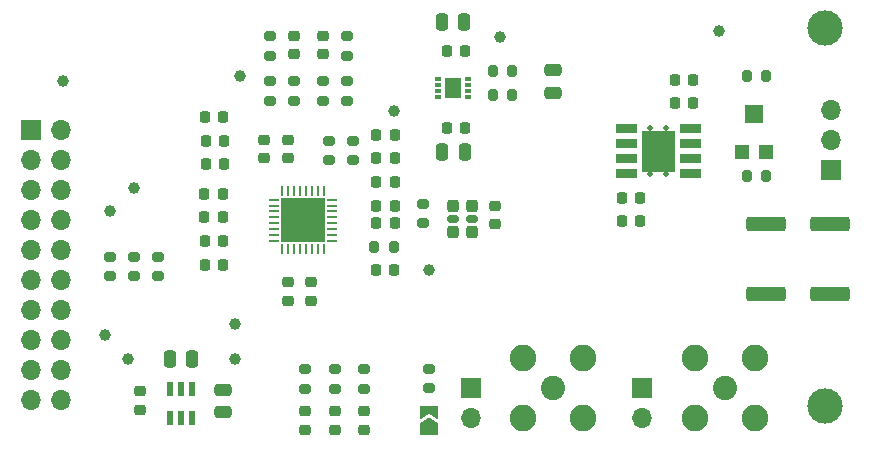
<source format=gbr>
%TF.GenerationSoftware,KiCad,Pcbnew,8.0.6*%
%TF.CreationDate,2024-12-30T16:19:15+01:00*%
%TF.ProjectId,pico-glitcher-v2.1-extension,7069636f-2d67-46c6-9974-636865722d76,rev?*%
%TF.SameCoordinates,PX3d09000PY6590fa0*%
%TF.FileFunction,Soldermask,Top*%
%TF.FilePolarity,Negative*%
%FSLAX46Y46*%
G04 Gerber Fmt 4.6, Leading zero omitted, Abs format (unit mm)*
G04 Created by KiCad (PCBNEW 8.0.6) date 2024-12-30 16:19:15*
%MOMM*%
%LPD*%
G01*
G04 APERTURE LIST*
G04 Aperture macros list*
%AMRoundRect*
0 Rectangle with rounded corners*
0 $1 Rounding radius*
0 $2 $3 $4 $5 $6 $7 $8 $9 X,Y pos of 4 corners*
0 Add a 4 corners polygon primitive as box body*
4,1,4,$2,$3,$4,$5,$6,$7,$8,$9,$2,$3,0*
0 Add four circle primitives for the rounded corners*
1,1,$1+$1,$2,$3*
1,1,$1+$1,$4,$5*
1,1,$1+$1,$6,$7*
1,1,$1+$1,$8,$9*
0 Add four rect primitives between the rounded corners*
20,1,$1+$1,$2,$3,$4,$5,0*
20,1,$1+$1,$4,$5,$6,$7,0*
20,1,$1+$1,$6,$7,$8,$9,0*
20,1,$1+$1,$8,$9,$2,$3,0*%
%AMFreePoly0*
4,1,6,0.500000,-0.750000,-0.650000,-0.750000,-0.150000,0.000000,-0.650000,0.750000,0.500000,0.750000,0.500000,-0.750000,0.500000,-0.750000,$1*%
%AMFreePoly1*
4,1,6,1.000000,0.000000,0.500000,-0.750000,-0.500000,-0.750000,-0.500000,0.750000,0.500000,0.750000,1.000000,0.000000,1.000000,0.000000,$1*%
G04 Aperture macros list end*
%ADD10C,0.010000*%
%ADD11RoundRect,0.218750X0.256250X-0.218750X0.256250X0.218750X-0.256250X0.218750X-0.256250X-0.218750X0*%
%ADD12RoundRect,0.225000X0.250000X-0.225000X0.250000X0.225000X-0.250000X0.225000X-0.250000X-0.225000X0*%
%ADD13RoundRect,0.225000X-0.225000X-0.250000X0.225000X-0.250000X0.225000X0.250000X-0.225000X0.250000X0*%
%ADD14C,1.000000*%
%ADD15O,1.700000X1.700000*%
%ADD16R,1.700000X1.700000*%
%ADD17R,3.759200X3.759200*%
%ADD18R,0.254000X0.812800*%
%ADD19R,0.812800X0.254000*%
%ADD20RoundRect,0.200000X-0.275000X0.200000X-0.275000X-0.200000X0.275000X-0.200000X0.275000X0.200000X0*%
%ADD21RoundRect,0.250000X-0.250000X-0.475000X0.250000X-0.475000X0.250000X0.475000X-0.250000X0.475000X0*%
%ADD22R,1.200000X1.200000*%
%ADD23R,1.600000X1.500000*%
%ADD24C,2.250000*%
%ADD25C,2.050000*%
%ADD26RoundRect,0.200000X0.200000X0.275000X-0.200000X0.275000X-0.200000X-0.275000X0.200000X-0.275000X0*%
%ADD27RoundRect,0.225000X0.225000X0.250000X-0.225000X0.250000X-0.225000X-0.250000X0.225000X-0.250000X0*%
%ADD28RoundRect,0.250000X0.475000X-0.250000X0.475000X0.250000X-0.475000X0.250000X-0.475000X-0.250000X0*%
%ADD29RoundRect,0.225000X-0.250000X0.225000X-0.250000X-0.225000X0.250000X-0.225000X0.250000X0.225000X0*%
%ADD30RoundRect,0.250000X1.425000X-0.362500X1.425000X0.362500X-1.425000X0.362500X-1.425000X-0.362500X0*%
%ADD31RoundRect,0.200000X0.275000X-0.200000X0.275000X0.200000X-0.275000X0.200000X-0.275000X-0.200000X0*%
%ADD32RoundRect,0.200000X-0.200000X-0.275000X0.200000X-0.275000X0.200000X0.275000X-0.200000X0.275000X0*%
%ADD33RoundRect,0.250000X0.250000X0.275000X-0.250000X0.275000X-0.250000X-0.275000X0.250000X-0.275000X0*%
%ADD34RoundRect,0.162500X0.337500X0.162500X-0.337500X0.162500X-0.337500X-0.162500X0.337500X-0.162500X0*%
%ADD35C,0.504000*%
%ADD36R,1.450000X1.740000*%
%ADD37RoundRect,0.087500X-0.200000X-0.087500X0.200000X-0.087500X0.200000X0.087500X-0.200000X0.087500X0*%
%ADD38C,3.000000*%
%ADD39RoundRect,0.218750X-0.256250X0.218750X-0.256250X-0.218750X0.256250X-0.218750X0.256250X0.218750X0*%
%ADD40FreePoly0,90.000000*%
%ADD41FreePoly1,90.000000*%
%ADD42R,0.558800X1.270000*%
G04 APERTURE END LIST*
D10*
%TO.C,U4*%
X60353000Y24114000D02*
X60355000Y24114000D01*
X60358000Y24113000D01*
X60360000Y24113000D01*
X60363000Y24112000D01*
X60365000Y24111000D01*
X60368000Y24110000D01*
X60370000Y24108000D01*
X60372000Y24107000D01*
X60374000Y24105000D01*
X60376000Y24104000D01*
X60378000Y24102000D01*
X60380000Y24100000D01*
X60382000Y24098000D01*
X60384000Y24096000D01*
X60385000Y24094000D01*
X60387000Y24092000D01*
X60388000Y24090000D01*
X60390000Y24088000D01*
X60391000Y24085000D01*
X60392000Y24083000D01*
X60393000Y24080000D01*
X60393000Y24078000D01*
X60394000Y24075000D01*
X60394000Y24073000D01*
X60395000Y24070000D01*
X60395000Y24068000D01*
X60395000Y24065000D01*
X60395000Y23425000D01*
X60395000Y23422000D01*
X60395000Y23420000D01*
X60394000Y23417000D01*
X60394000Y23415000D01*
X60393000Y23412000D01*
X60393000Y23410000D01*
X60392000Y23407000D01*
X60391000Y23405000D01*
X60390000Y23402000D01*
X60388000Y23400000D01*
X60387000Y23398000D01*
X60385000Y23396000D01*
X60384000Y23394000D01*
X60382000Y23392000D01*
X60380000Y23390000D01*
X60378000Y23388000D01*
X60376000Y23386000D01*
X60374000Y23385000D01*
X60372000Y23383000D01*
X60370000Y23382000D01*
X60368000Y23380000D01*
X60365000Y23379000D01*
X60363000Y23378000D01*
X60360000Y23377000D01*
X60358000Y23377000D01*
X60355000Y23376000D01*
X60353000Y23376000D01*
X60350000Y23375000D01*
X60348000Y23375000D01*
X60345000Y23375000D01*
X58755000Y23375000D01*
X58752000Y23375000D01*
X58750000Y23375000D01*
X58747000Y23376000D01*
X58745000Y23376000D01*
X58742000Y23377000D01*
X58740000Y23377000D01*
X58737000Y23378000D01*
X58735000Y23379000D01*
X58732000Y23380000D01*
X58730000Y23382000D01*
X58728000Y23383000D01*
X58726000Y23385000D01*
X58724000Y23386000D01*
X58722000Y23388000D01*
X58720000Y23390000D01*
X58718000Y23392000D01*
X58716000Y23394000D01*
X58715000Y23396000D01*
X58713000Y23398000D01*
X58712000Y23400000D01*
X58710000Y23402000D01*
X58709000Y23405000D01*
X58708000Y23407000D01*
X58707000Y23410000D01*
X58707000Y23412000D01*
X58706000Y23415000D01*
X58706000Y23417000D01*
X58705000Y23420000D01*
X58705000Y23422000D01*
X58705000Y23425000D01*
X58705000Y24065000D01*
X58705000Y24068000D01*
X58705000Y24070000D01*
X58706000Y24073000D01*
X58706000Y24075000D01*
X58707000Y24078000D01*
X58707000Y24080000D01*
X58708000Y24083000D01*
X58709000Y24085000D01*
X58710000Y24088000D01*
X58712000Y24090000D01*
X58713000Y24092000D01*
X58715000Y24094000D01*
X58716000Y24096000D01*
X58718000Y24098000D01*
X58720000Y24100000D01*
X58722000Y24102000D01*
X58724000Y24104000D01*
X58726000Y24105000D01*
X58728000Y24107000D01*
X58730000Y24108000D01*
X58732000Y24110000D01*
X58735000Y24111000D01*
X58737000Y24112000D01*
X58740000Y24113000D01*
X58742000Y24113000D01*
X58745000Y24114000D01*
X58747000Y24114000D01*
X58750000Y24115000D01*
X58752000Y24115000D01*
X58755000Y24115000D01*
X60345000Y24115000D01*
X60348000Y24115000D01*
X60350000Y24115000D01*
X60353000Y24114000D01*
G36*
X60353000Y24114000D02*
G01*
X60355000Y24114000D01*
X60358000Y24113000D01*
X60360000Y24113000D01*
X60363000Y24112000D01*
X60365000Y24111000D01*
X60368000Y24110000D01*
X60370000Y24108000D01*
X60372000Y24107000D01*
X60374000Y24105000D01*
X60376000Y24104000D01*
X60378000Y24102000D01*
X60380000Y24100000D01*
X60382000Y24098000D01*
X60384000Y24096000D01*
X60385000Y24094000D01*
X60387000Y24092000D01*
X60388000Y24090000D01*
X60390000Y24088000D01*
X60391000Y24085000D01*
X60392000Y24083000D01*
X60393000Y24080000D01*
X60393000Y24078000D01*
X60394000Y24075000D01*
X60394000Y24073000D01*
X60395000Y24070000D01*
X60395000Y24068000D01*
X60395000Y24065000D01*
X60395000Y23425000D01*
X60395000Y23422000D01*
X60395000Y23420000D01*
X60394000Y23417000D01*
X60394000Y23415000D01*
X60393000Y23412000D01*
X60393000Y23410000D01*
X60392000Y23407000D01*
X60391000Y23405000D01*
X60390000Y23402000D01*
X60388000Y23400000D01*
X60387000Y23398000D01*
X60385000Y23396000D01*
X60384000Y23394000D01*
X60382000Y23392000D01*
X60380000Y23390000D01*
X60378000Y23388000D01*
X60376000Y23386000D01*
X60374000Y23385000D01*
X60372000Y23383000D01*
X60370000Y23382000D01*
X60368000Y23380000D01*
X60365000Y23379000D01*
X60363000Y23378000D01*
X60360000Y23377000D01*
X60358000Y23377000D01*
X60355000Y23376000D01*
X60353000Y23376000D01*
X60350000Y23375000D01*
X60348000Y23375000D01*
X60345000Y23375000D01*
X58755000Y23375000D01*
X58752000Y23375000D01*
X58750000Y23375000D01*
X58747000Y23376000D01*
X58745000Y23376000D01*
X58742000Y23377000D01*
X58740000Y23377000D01*
X58737000Y23378000D01*
X58735000Y23379000D01*
X58732000Y23380000D01*
X58730000Y23382000D01*
X58728000Y23383000D01*
X58726000Y23385000D01*
X58724000Y23386000D01*
X58722000Y23388000D01*
X58720000Y23390000D01*
X58718000Y23392000D01*
X58716000Y23394000D01*
X58715000Y23396000D01*
X58713000Y23398000D01*
X58712000Y23400000D01*
X58710000Y23402000D01*
X58709000Y23405000D01*
X58708000Y23407000D01*
X58707000Y23410000D01*
X58707000Y23412000D01*
X58706000Y23415000D01*
X58706000Y23417000D01*
X58705000Y23420000D01*
X58705000Y23422000D01*
X58705000Y23425000D01*
X58705000Y24065000D01*
X58705000Y24068000D01*
X58705000Y24070000D01*
X58706000Y24073000D01*
X58706000Y24075000D01*
X58707000Y24078000D01*
X58707000Y24080000D01*
X58708000Y24083000D01*
X58709000Y24085000D01*
X58710000Y24088000D01*
X58712000Y24090000D01*
X58713000Y24092000D01*
X58715000Y24094000D01*
X58716000Y24096000D01*
X58718000Y24098000D01*
X58720000Y24100000D01*
X58722000Y24102000D01*
X58724000Y24104000D01*
X58726000Y24105000D01*
X58728000Y24107000D01*
X58730000Y24108000D01*
X58732000Y24110000D01*
X58735000Y24111000D01*
X58737000Y24112000D01*
X58740000Y24113000D01*
X58742000Y24113000D01*
X58745000Y24114000D01*
X58747000Y24114000D01*
X58750000Y24115000D01*
X58752000Y24115000D01*
X58755000Y24115000D01*
X60345000Y24115000D01*
X60348000Y24115000D01*
X60350000Y24115000D01*
X60353000Y24114000D01*
G37*
X60353000Y25384000D02*
X60355000Y25384000D01*
X60358000Y25383000D01*
X60360000Y25383000D01*
X60363000Y25382000D01*
X60365000Y25381000D01*
X60368000Y25380000D01*
X60370000Y25378000D01*
X60372000Y25377000D01*
X60374000Y25375000D01*
X60376000Y25374000D01*
X60378000Y25372000D01*
X60380000Y25370000D01*
X60382000Y25368000D01*
X60384000Y25366000D01*
X60385000Y25364000D01*
X60387000Y25362000D01*
X60388000Y25360000D01*
X60390000Y25358000D01*
X60391000Y25355000D01*
X60392000Y25353000D01*
X60393000Y25350000D01*
X60393000Y25348000D01*
X60394000Y25345000D01*
X60394000Y25343000D01*
X60395000Y25340000D01*
X60395000Y25338000D01*
X60395000Y25335000D01*
X60395000Y24695000D01*
X60395000Y24692000D01*
X60395000Y24690000D01*
X60394000Y24687000D01*
X60394000Y24685000D01*
X60393000Y24682000D01*
X60393000Y24680000D01*
X60392000Y24677000D01*
X60391000Y24675000D01*
X60390000Y24672000D01*
X60388000Y24670000D01*
X60387000Y24668000D01*
X60385000Y24666000D01*
X60384000Y24664000D01*
X60382000Y24662000D01*
X60380000Y24660000D01*
X60378000Y24658000D01*
X60376000Y24656000D01*
X60374000Y24655000D01*
X60372000Y24653000D01*
X60370000Y24652000D01*
X60368000Y24650000D01*
X60365000Y24649000D01*
X60363000Y24648000D01*
X60360000Y24647000D01*
X60358000Y24647000D01*
X60355000Y24646000D01*
X60353000Y24646000D01*
X60350000Y24645000D01*
X60348000Y24645000D01*
X60345000Y24645000D01*
X58755000Y24645000D01*
X58752000Y24645000D01*
X58750000Y24645000D01*
X58747000Y24646000D01*
X58745000Y24646000D01*
X58742000Y24647000D01*
X58740000Y24647000D01*
X58737000Y24648000D01*
X58735000Y24649000D01*
X58732000Y24650000D01*
X58730000Y24652000D01*
X58728000Y24653000D01*
X58726000Y24655000D01*
X58724000Y24656000D01*
X58722000Y24658000D01*
X58720000Y24660000D01*
X58718000Y24662000D01*
X58716000Y24664000D01*
X58715000Y24666000D01*
X58713000Y24668000D01*
X58712000Y24670000D01*
X58710000Y24672000D01*
X58709000Y24675000D01*
X58708000Y24677000D01*
X58707000Y24680000D01*
X58707000Y24682000D01*
X58706000Y24685000D01*
X58706000Y24687000D01*
X58705000Y24690000D01*
X58705000Y24692000D01*
X58705000Y24695000D01*
X58705000Y25335000D01*
X58705000Y25338000D01*
X58705000Y25340000D01*
X58706000Y25343000D01*
X58706000Y25345000D01*
X58707000Y25348000D01*
X58707000Y25350000D01*
X58708000Y25353000D01*
X58709000Y25355000D01*
X58710000Y25358000D01*
X58712000Y25360000D01*
X58713000Y25362000D01*
X58715000Y25364000D01*
X58716000Y25366000D01*
X58718000Y25368000D01*
X58720000Y25370000D01*
X58722000Y25372000D01*
X58724000Y25374000D01*
X58726000Y25375000D01*
X58728000Y25377000D01*
X58730000Y25378000D01*
X58732000Y25380000D01*
X58735000Y25381000D01*
X58737000Y25382000D01*
X58740000Y25383000D01*
X58742000Y25383000D01*
X58745000Y25384000D01*
X58747000Y25384000D01*
X58750000Y25385000D01*
X58752000Y25385000D01*
X58755000Y25385000D01*
X60345000Y25385000D01*
X60348000Y25385000D01*
X60350000Y25385000D01*
X60353000Y25384000D01*
G36*
X60353000Y25384000D02*
G01*
X60355000Y25384000D01*
X60358000Y25383000D01*
X60360000Y25383000D01*
X60363000Y25382000D01*
X60365000Y25381000D01*
X60368000Y25380000D01*
X60370000Y25378000D01*
X60372000Y25377000D01*
X60374000Y25375000D01*
X60376000Y25374000D01*
X60378000Y25372000D01*
X60380000Y25370000D01*
X60382000Y25368000D01*
X60384000Y25366000D01*
X60385000Y25364000D01*
X60387000Y25362000D01*
X60388000Y25360000D01*
X60390000Y25358000D01*
X60391000Y25355000D01*
X60392000Y25353000D01*
X60393000Y25350000D01*
X60393000Y25348000D01*
X60394000Y25345000D01*
X60394000Y25343000D01*
X60395000Y25340000D01*
X60395000Y25338000D01*
X60395000Y25335000D01*
X60395000Y24695000D01*
X60395000Y24692000D01*
X60395000Y24690000D01*
X60394000Y24687000D01*
X60394000Y24685000D01*
X60393000Y24682000D01*
X60393000Y24680000D01*
X60392000Y24677000D01*
X60391000Y24675000D01*
X60390000Y24672000D01*
X60388000Y24670000D01*
X60387000Y24668000D01*
X60385000Y24666000D01*
X60384000Y24664000D01*
X60382000Y24662000D01*
X60380000Y24660000D01*
X60378000Y24658000D01*
X60376000Y24656000D01*
X60374000Y24655000D01*
X60372000Y24653000D01*
X60370000Y24652000D01*
X60368000Y24650000D01*
X60365000Y24649000D01*
X60363000Y24648000D01*
X60360000Y24647000D01*
X60358000Y24647000D01*
X60355000Y24646000D01*
X60353000Y24646000D01*
X60350000Y24645000D01*
X60348000Y24645000D01*
X60345000Y24645000D01*
X58755000Y24645000D01*
X58752000Y24645000D01*
X58750000Y24645000D01*
X58747000Y24646000D01*
X58745000Y24646000D01*
X58742000Y24647000D01*
X58740000Y24647000D01*
X58737000Y24648000D01*
X58735000Y24649000D01*
X58732000Y24650000D01*
X58730000Y24652000D01*
X58728000Y24653000D01*
X58726000Y24655000D01*
X58724000Y24656000D01*
X58722000Y24658000D01*
X58720000Y24660000D01*
X58718000Y24662000D01*
X58716000Y24664000D01*
X58715000Y24666000D01*
X58713000Y24668000D01*
X58712000Y24670000D01*
X58710000Y24672000D01*
X58709000Y24675000D01*
X58708000Y24677000D01*
X58707000Y24680000D01*
X58707000Y24682000D01*
X58706000Y24685000D01*
X58706000Y24687000D01*
X58705000Y24690000D01*
X58705000Y24692000D01*
X58705000Y24695000D01*
X58705000Y25335000D01*
X58705000Y25338000D01*
X58705000Y25340000D01*
X58706000Y25343000D01*
X58706000Y25345000D01*
X58707000Y25348000D01*
X58707000Y25350000D01*
X58708000Y25353000D01*
X58709000Y25355000D01*
X58710000Y25358000D01*
X58712000Y25360000D01*
X58713000Y25362000D01*
X58715000Y25364000D01*
X58716000Y25366000D01*
X58718000Y25368000D01*
X58720000Y25370000D01*
X58722000Y25372000D01*
X58724000Y25374000D01*
X58726000Y25375000D01*
X58728000Y25377000D01*
X58730000Y25378000D01*
X58732000Y25380000D01*
X58735000Y25381000D01*
X58737000Y25382000D01*
X58740000Y25383000D01*
X58742000Y25383000D01*
X58745000Y25384000D01*
X58747000Y25384000D01*
X58750000Y25385000D01*
X58752000Y25385000D01*
X58755000Y25385000D01*
X60345000Y25385000D01*
X60348000Y25385000D01*
X60350000Y25385000D01*
X60353000Y25384000D01*
G37*
X60353000Y26654000D02*
X60355000Y26654000D01*
X60358000Y26653000D01*
X60360000Y26653000D01*
X60363000Y26652000D01*
X60365000Y26651000D01*
X60368000Y26650000D01*
X60370000Y26648000D01*
X60372000Y26647000D01*
X60374000Y26645000D01*
X60376000Y26644000D01*
X60378000Y26642000D01*
X60380000Y26640000D01*
X60382000Y26638000D01*
X60384000Y26636000D01*
X60385000Y26634000D01*
X60387000Y26632000D01*
X60388000Y26630000D01*
X60390000Y26628000D01*
X60391000Y26625000D01*
X60392000Y26623000D01*
X60393000Y26620000D01*
X60393000Y26618000D01*
X60394000Y26615000D01*
X60394000Y26613000D01*
X60395000Y26610000D01*
X60395000Y26608000D01*
X60395000Y26605000D01*
X60395000Y25965000D01*
X60395000Y25962000D01*
X60395000Y25960000D01*
X60394000Y25957000D01*
X60394000Y25955000D01*
X60393000Y25952000D01*
X60393000Y25950000D01*
X60392000Y25947000D01*
X60391000Y25945000D01*
X60390000Y25942000D01*
X60388000Y25940000D01*
X60387000Y25938000D01*
X60385000Y25936000D01*
X60384000Y25934000D01*
X60382000Y25932000D01*
X60380000Y25930000D01*
X60378000Y25928000D01*
X60376000Y25926000D01*
X60374000Y25925000D01*
X60372000Y25923000D01*
X60370000Y25922000D01*
X60368000Y25920000D01*
X60365000Y25919000D01*
X60363000Y25918000D01*
X60360000Y25917000D01*
X60358000Y25917000D01*
X60355000Y25916000D01*
X60353000Y25916000D01*
X60350000Y25915000D01*
X60348000Y25915000D01*
X60345000Y25915000D01*
X58755000Y25915000D01*
X58752000Y25915000D01*
X58750000Y25915000D01*
X58747000Y25916000D01*
X58745000Y25916000D01*
X58742000Y25917000D01*
X58740000Y25917000D01*
X58737000Y25918000D01*
X58735000Y25919000D01*
X58732000Y25920000D01*
X58730000Y25922000D01*
X58728000Y25923000D01*
X58726000Y25925000D01*
X58724000Y25926000D01*
X58722000Y25928000D01*
X58720000Y25930000D01*
X58718000Y25932000D01*
X58716000Y25934000D01*
X58715000Y25936000D01*
X58713000Y25938000D01*
X58712000Y25940000D01*
X58710000Y25942000D01*
X58709000Y25945000D01*
X58708000Y25947000D01*
X58707000Y25950000D01*
X58707000Y25952000D01*
X58706000Y25955000D01*
X58706000Y25957000D01*
X58705000Y25960000D01*
X58705000Y25962000D01*
X58705000Y25965000D01*
X58705000Y26605000D01*
X58705000Y26608000D01*
X58705000Y26610000D01*
X58706000Y26613000D01*
X58706000Y26615000D01*
X58707000Y26618000D01*
X58707000Y26620000D01*
X58708000Y26623000D01*
X58709000Y26625000D01*
X58710000Y26628000D01*
X58712000Y26630000D01*
X58713000Y26632000D01*
X58715000Y26634000D01*
X58716000Y26636000D01*
X58718000Y26638000D01*
X58720000Y26640000D01*
X58722000Y26642000D01*
X58724000Y26644000D01*
X58726000Y26645000D01*
X58728000Y26647000D01*
X58730000Y26648000D01*
X58732000Y26650000D01*
X58735000Y26651000D01*
X58737000Y26652000D01*
X58740000Y26653000D01*
X58742000Y26653000D01*
X58745000Y26654000D01*
X58747000Y26654000D01*
X58750000Y26655000D01*
X58752000Y26655000D01*
X58755000Y26655000D01*
X60345000Y26655000D01*
X60348000Y26655000D01*
X60350000Y26655000D01*
X60353000Y26654000D01*
G36*
X60353000Y26654000D02*
G01*
X60355000Y26654000D01*
X60358000Y26653000D01*
X60360000Y26653000D01*
X60363000Y26652000D01*
X60365000Y26651000D01*
X60368000Y26650000D01*
X60370000Y26648000D01*
X60372000Y26647000D01*
X60374000Y26645000D01*
X60376000Y26644000D01*
X60378000Y26642000D01*
X60380000Y26640000D01*
X60382000Y26638000D01*
X60384000Y26636000D01*
X60385000Y26634000D01*
X60387000Y26632000D01*
X60388000Y26630000D01*
X60390000Y26628000D01*
X60391000Y26625000D01*
X60392000Y26623000D01*
X60393000Y26620000D01*
X60393000Y26618000D01*
X60394000Y26615000D01*
X60394000Y26613000D01*
X60395000Y26610000D01*
X60395000Y26608000D01*
X60395000Y26605000D01*
X60395000Y25965000D01*
X60395000Y25962000D01*
X60395000Y25960000D01*
X60394000Y25957000D01*
X60394000Y25955000D01*
X60393000Y25952000D01*
X60393000Y25950000D01*
X60392000Y25947000D01*
X60391000Y25945000D01*
X60390000Y25942000D01*
X60388000Y25940000D01*
X60387000Y25938000D01*
X60385000Y25936000D01*
X60384000Y25934000D01*
X60382000Y25932000D01*
X60380000Y25930000D01*
X60378000Y25928000D01*
X60376000Y25926000D01*
X60374000Y25925000D01*
X60372000Y25923000D01*
X60370000Y25922000D01*
X60368000Y25920000D01*
X60365000Y25919000D01*
X60363000Y25918000D01*
X60360000Y25917000D01*
X60358000Y25917000D01*
X60355000Y25916000D01*
X60353000Y25916000D01*
X60350000Y25915000D01*
X60348000Y25915000D01*
X60345000Y25915000D01*
X58755000Y25915000D01*
X58752000Y25915000D01*
X58750000Y25915000D01*
X58747000Y25916000D01*
X58745000Y25916000D01*
X58742000Y25917000D01*
X58740000Y25917000D01*
X58737000Y25918000D01*
X58735000Y25919000D01*
X58732000Y25920000D01*
X58730000Y25922000D01*
X58728000Y25923000D01*
X58726000Y25925000D01*
X58724000Y25926000D01*
X58722000Y25928000D01*
X58720000Y25930000D01*
X58718000Y25932000D01*
X58716000Y25934000D01*
X58715000Y25936000D01*
X58713000Y25938000D01*
X58712000Y25940000D01*
X58710000Y25942000D01*
X58709000Y25945000D01*
X58708000Y25947000D01*
X58707000Y25950000D01*
X58707000Y25952000D01*
X58706000Y25955000D01*
X58706000Y25957000D01*
X58705000Y25960000D01*
X58705000Y25962000D01*
X58705000Y25965000D01*
X58705000Y26605000D01*
X58705000Y26608000D01*
X58705000Y26610000D01*
X58706000Y26613000D01*
X58706000Y26615000D01*
X58707000Y26618000D01*
X58707000Y26620000D01*
X58708000Y26623000D01*
X58709000Y26625000D01*
X58710000Y26628000D01*
X58712000Y26630000D01*
X58713000Y26632000D01*
X58715000Y26634000D01*
X58716000Y26636000D01*
X58718000Y26638000D01*
X58720000Y26640000D01*
X58722000Y26642000D01*
X58724000Y26644000D01*
X58726000Y26645000D01*
X58728000Y26647000D01*
X58730000Y26648000D01*
X58732000Y26650000D01*
X58735000Y26651000D01*
X58737000Y26652000D01*
X58740000Y26653000D01*
X58742000Y26653000D01*
X58745000Y26654000D01*
X58747000Y26654000D01*
X58750000Y26655000D01*
X58752000Y26655000D01*
X58755000Y26655000D01*
X60345000Y26655000D01*
X60348000Y26655000D01*
X60350000Y26655000D01*
X60353000Y26654000D01*
G37*
X60353000Y27924000D02*
X60355000Y27924000D01*
X60358000Y27923000D01*
X60360000Y27923000D01*
X60363000Y27922000D01*
X60365000Y27921000D01*
X60368000Y27920000D01*
X60370000Y27918000D01*
X60372000Y27917000D01*
X60374000Y27915000D01*
X60376000Y27914000D01*
X60378000Y27912000D01*
X60380000Y27910000D01*
X60382000Y27908000D01*
X60384000Y27906000D01*
X60385000Y27904000D01*
X60387000Y27902000D01*
X60388000Y27900000D01*
X60390000Y27898000D01*
X60391000Y27895000D01*
X60392000Y27893000D01*
X60393000Y27890000D01*
X60393000Y27888000D01*
X60394000Y27885000D01*
X60394000Y27883000D01*
X60395000Y27880000D01*
X60395000Y27878000D01*
X60395000Y27875000D01*
X60395000Y27235000D01*
X60395000Y27232000D01*
X60395000Y27230000D01*
X60394000Y27227000D01*
X60394000Y27225000D01*
X60393000Y27222000D01*
X60393000Y27220000D01*
X60392000Y27217000D01*
X60391000Y27215000D01*
X60390000Y27212000D01*
X60388000Y27210000D01*
X60387000Y27208000D01*
X60385000Y27206000D01*
X60384000Y27204000D01*
X60382000Y27202000D01*
X60380000Y27200000D01*
X60378000Y27198000D01*
X60376000Y27196000D01*
X60374000Y27195000D01*
X60372000Y27193000D01*
X60370000Y27192000D01*
X60368000Y27190000D01*
X60365000Y27189000D01*
X60363000Y27188000D01*
X60360000Y27187000D01*
X60358000Y27187000D01*
X60355000Y27186000D01*
X60353000Y27186000D01*
X60350000Y27185000D01*
X60348000Y27185000D01*
X60345000Y27185000D01*
X58755000Y27185000D01*
X58752000Y27185000D01*
X58750000Y27185000D01*
X58747000Y27186000D01*
X58745000Y27186000D01*
X58742000Y27187000D01*
X58740000Y27187000D01*
X58737000Y27188000D01*
X58735000Y27189000D01*
X58732000Y27190000D01*
X58730000Y27192000D01*
X58728000Y27193000D01*
X58726000Y27195000D01*
X58724000Y27196000D01*
X58722000Y27198000D01*
X58720000Y27200000D01*
X58718000Y27202000D01*
X58716000Y27204000D01*
X58715000Y27206000D01*
X58713000Y27208000D01*
X58712000Y27210000D01*
X58710000Y27212000D01*
X58709000Y27215000D01*
X58708000Y27217000D01*
X58707000Y27220000D01*
X58707000Y27222000D01*
X58706000Y27225000D01*
X58706000Y27227000D01*
X58705000Y27230000D01*
X58705000Y27232000D01*
X58705000Y27235000D01*
X58705000Y27875000D01*
X58705000Y27878000D01*
X58705000Y27880000D01*
X58706000Y27883000D01*
X58706000Y27885000D01*
X58707000Y27888000D01*
X58707000Y27890000D01*
X58708000Y27893000D01*
X58709000Y27895000D01*
X58710000Y27898000D01*
X58712000Y27900000D01*
X58713000Y27902000D01*
X58715000Y27904000D01*
X58716000Y27906000D01*
X58718000Y27908000D01*
X58720000Y27910000D01*
X58722000Y27912000D01*
X58724000Y27914000D01*
X58726000Y27915000D01*
X58728000Y27917000D01*
X58730000Y27918000D01*
X58732000Y27920000D01*
X58735000Y27921000D01*
X58737000Y27922000D01*
X58740000Y27923000D01*
X58742000Y27923000D01*
X58745000Y27924000D01*
X58747000Y27924000D01*
X58750000Y27925000D01*
X58752000Y27925000D01*
X58755000Y27925000D01*
X60345000Y27925000D01*
X60348000Y27925000D01*
X60350000Y27925000D01*
X60353000Y27924000D01*
G36*
X60353000Y27924000D02*
G01*
X60355000Y27924000D01*
X60358000Y27923000D01*
X60360000Y27923000D01*
X60363000Y27922000D01*
X60365000Y27921000D01*
X60368000Y27920000D01*
X60370000Y27918000D01*
X60372000Y27917000D01*
X60374000Y27915000D01*
X60376000Y27914000D01*
X60378000Y27912000D01*
X60380000Y27910000D01*
X60382000Y27908000D01*
X60384000Y27906000D01*
X60385000Y27904000D01*
X60387000Y27902000D01*
X60388000Y27900000D01*
X60390000Y27898000D01*
X60391000Y27895000D01*
X60392000Y27893000D01*
X60393000Y27890000D01*
X60393000Y27888000D01*
X60394000Y27885000D01*
X60394000Y27883000D01*
X60395000Y27880000D01*
X60395000Y27878000D01*
X60395000Y27875000D01*
X60395000Y27235000D01*
X60395000Y27232000D01*
X60395000Y27230000D01*
X60394000Y27227000D01*
X60394000Y27225000D01*
X60393000Y27222000D01*
X60393000Y27220000D01*
X60392000Y27217000D01*
X60391000Y27215000D01*
X60390000Y27212000D01*
X60388000Y27210000D01*
X60387000Y27208000D01*
X60385000Y27206000D01*
X60384000Y27204000D01*
X60382000Y27202000D01*
X60380000Y27200000D01*
X60378000Y27198000D01*
X60376000Y27196000D01*
X60374000Y27195000D01*
X60372000Y27193000D01*
X60370000Y27192000D01*
X60368000Y27190000D01*
X60365000Y27189000D01*
X60363000Y27188000D01*
X60360000Y27187000D01*
X60358000Y27187000D01*
X60355000Y27186000D01*
X60353000Y27186000D01*
X60350000Y27185000D01*
X60348000Y27185000D01*
X60345000Y27185000D01*
X58755000Y27185000D01*
X58752000Y27185000D01*
X58750000Y27185000D01*
X58747000Y27186000D01*
X58745000Y27186000D01*
X58742000Y27187000D01*
X58740000Y27187000D01*
X58737000Y27188000D01*
X58735000Y27189000D01*
X58732000Y27190000D01*
X58730000Y27192000D01*
X58728000Y27193000D01*
X58726000Y27195000D01*
X58724000Y27196000D01*
X58722000Y27198000D01*
X58720000Y27200000D01*
X58718000Y27202000D01*
X58716000Y27204000D01*
X58715000Y27206000D01*
X58713000Y27208000D01*
X58712000Y27210000D01*
X58710000Y27212000D01*
X58709000Y27215000D01*
X58708000Y27217000D01*
X58707000Y27220000D01*
X58707000Y27222000D01*
X58706000Y27225000D01*
X58706000Y27227000D01*
X58705000Y27230000D01*
X58705000Y27232000D01*
X58705000Y27235000D01*
X58705000Y27875000D01*
X58705000Y27878000D01*
X58705000Y27880000D01*
X58706000Y27883000D01*
X58706000Y27885000D01*
X58707000Y27888000D01*
X58707000Y27890000D01*
X58708000Y27893000D01*
X58709000Y27895000D01*
X58710000Y27898000D01*
X58712000Y27900000D01*
X58713000Y27902000D01*
X58715000Y27904000D01*
X58716000Y27906000D01*
X58718000Y27908000D01*
X58720000Y27910000D01*
X58722000Y27912000D01*
X58724000Y27914000D01*
X58726000Y27915000D01*
X58728000Y27917000D01*
X58730000Y27918000D01*
X58732000Y27920000D01*
X58735000Y27921000D01*
X58737000Y27922000D01*
X58740000Y27923000D01*
X58742000Y27923000D01*
X58745000Y27924000D01*
X58747000Y27924000D01*
X58750000Y27925000D01*
X58752000Y27925000D01*
X58755000Y27925000D01*
X60345000Y27925000D01*
X60348000Y27925000D01*
X60350000Y27925000D01*
X60353000Y27924000D01*
G37*
X54953000Y24114000D02*
X54955000Y24114000D01*
X54958000Y24113000D01*
X54960000Y24113000D01*
X54963000Y24112000D01*
X54965000Y24111000D01*
X54968000Y24110000D01*
X54970000Y24108000D01*
X54972000Y24107000D01*
X54974000Y24105000D01*
X54976000Y24104000D01*
X54978000Y24102000D01*
X54980000Y24100000D01*
X54982000Y24098000D01*
X54984000Y24096000D01*
X54985000Y24094000D01*
X54987000Y24092000D01*
X54988000Y24090000D01*
X54990000Y24088000D01*
X54991000Y24085000D01*
X54992000Y24083000D01*
X54993000Y24080000D01*
X54993000Y24078000D01*
X54994000Y24075000D01*
X54994000Y24073000D01*
X54995000Y24070000D01*
X54995000Y24068000D01*
X54995000Y24065000D01*
X54995000Y23425000D01*
X54995000Y23422000D01*
X54995000Y23420000D01*
X54994000Y23417000D01*
X54994000Y23415000D01*
X54993000Y23412000D01*
X54993000Y23410000D01*
X54992000Y23407000D01*
X54991000Y23405000D01*
X54990000Y23402000D01*
X54988000Y23400000D01*
X54987000Y23398000D01*
X54985000Y23396000D01*
X54984000Y23394000D01*
X54982000Y23392000D01*
X54980000Y23390000D01*
X54978000Y23388000D01*
X54976000Y23386000D01*
X54974000Y23385000D01*
X54972000Y23383000D01*
X54970000Y23382000D01*
X54968000Y23380000D01*
X54965000Y23379000D01*
X54963000Y23378000D01*
X54960000Y23377000D01*
X54958000Y23377000D01*
X54955000Y23376000D01*
X54953000Y23376000D01*
X54950000Y23375000D01*
X54948000Y23375000D01*
X54945000Y23375000D01*
X53355000Y23375000D01*
X53352000Y23375000D01*
X53350000Y23375000D01*
X53347000Y23376000D01*
X53345000Y23376000D01*
X53342000Y23377000D01*
X53340000Y23377000D01*
X53337000Y23378000D01*
X53335000Y23379000D01*
X53332000Y23380000D01*
X53330000Y23382000D01*
X53328000Y23383000D01*
X53326000Y23385000D01*
X53324000Y23386000D01*
X53322000Y23388000D01*
X53320000Y23390000D01*
X53318000Y23392000D01*
X53316000Y23394000D01*
X53315000Y23396000D01*
X53313000Y23398000D01*
X53312000Y23400000D01*
X53310000Y23402000D01*
X53309000Y23405000D01*
X53308000Y23407000D01*
X53307000Y23410000D01*
X53307000Y23412000D01*
X53306000Y23415000D01*
X53306000Y23417000D01*
X53305000Y23420000D01*
X53305000Y23422000D01*
X53305000Y23425000D01*
X53305000Y24065000D01*
X53305000Y24068000D01*
X53305000Y24070000D01*
X53306000Y24073000D01*
X53306000Y24075000D01*
X53307000Y24078000D01*
X53307000Y24080000D01*
X53308000Y24083000D01*
X53309000Y24085000D01*
X53310000Y24088000D01*
X53312000Y24090000D01*
X53313000Y24092000D01*
X53315000Y24094000D01*
X53316000Y24096000D01*
X53318000Y24098000D01*
X53320000Y24100000D01*
X53322000Y24102000D01*
X53324000Y24104000D01*
X53326000Y24105000D01*
X53328000Y24107000D01*
X53330000Y24108000D01*
X53332000Y24110000D01*
X53335000Y24111000D01*
X53337000Y24112000D01*
X53340000Y24113000D01*
X53342000Y24113000D01*
X53345000Y24114000D01*
X53347000Y24114000D01*
X53350000Y24115000D01*
X53352000Y24115000D01*
X53355000Y24115000D01*
X54945000Y24115000D01*
X54948000Y24115000D01*
X54950000Y24115000D01*
X54953000Y24114000D01*
G36*
X54953000Y24114000D02*
G01*
X54955000Y24114000D01*
X54958000Y24113000D01*
X54960000Y24113000D01*
X54963000Y24112000D01*
X54965000Y24111000D01*
X54968000Y24110000D01*
X54970000Y24108000D01*
X54972000Y24107000D01*
X54974000Y24105000D01*
X54976000Y24104000D01*
X54978000Y24102000D01*
X54980000Y24100000D01*
X54982000Y24098000D01*
X54984000Y24096000D01*
X54985000Y24094000D01*
X54987000Y24092000D01*
X54988000Y24090000D01*
X54990000Y24088000D01*
X54991000Y24085000D01*
X54992000Y24083000D01*
X54993000Y24080000D01*
X54993000Y24078000D01*
X54994000Y24075000D01*
X54994000Y24073000D01*
X54995000Y24070000D01*
X54995000Y24068000D01*
X54995000Y24065000D01*
X54995000Y23425000D01*
X54995000Y23422000D01*
X54995000Y23420000D01*
X54994000Y23417000D01*
X54994000Y23415000D01*
X54993000Y23412000D01*
X54993000Y23410000D01*
X54992000Y23407000D01*
X54991000Y23405000D01*
X54990000Y23402000D01*
X54988000Y23400000D01*
X54987000Y23398000D01*
X54985000Y23396000D01*
X54984000Y23394000D01*
X54982000Y23392000D01*
X54980000Y23390000D01*
X54978000Y23388000D01*
X54976000Y23386000D01*
X54974000Y23385000D01*
X54972000Y23383000D01*
X54970000Y23382000D01*
X54968000Y23380000D01*
X54965000Y23379000D01*
X54963000Y23378000D01*
X54960000Y23377000D01*
X54958000Y23377000D01*
X54955000Y23376000D01*
X54953000Y23376000D01*
X54950000Y23375000D01*
X54948000Y23375000D01*
X54945000Y23375000D01*
X53355000Y23375000D01*
X53352000Y23375000D01*
X53350000Y23375000D01*
X53347000Y23376000D01*
X53345000Y23376000D01*
X53342000Y23377000D01*
X53340000Y23377000D01*
X53337000Y23378000D01*
X53335000Y23379000D01*
X53332000Y23380000D01*
X53330000Y23382000D01*
X53328000Y23383000D01*
X53326000Y23385000D01*
X53324000Y23386000D01*
X53322000Y23388000D01*
X53320000Y23390000D01*
X53318000Y23392000D01*
X53316000Y23394000D01*
X53315000Y23396000D01*
X53313000Y23398000D01*
X53312000Y23400000D01*
X53310000Y23402000D01*
X53309000Y23405000D01*
X53308000Y23407000D01*
X53307000Y23410000D01*
X53307000Y23412000D01*
X53306000Y23415000D01*
X53306000Y23417000D01*
X53305000Y23420000D01*
X53305000Y23422000D01*
X53305000Y23425000D01*
X53305000Y24065000D01*
X53305000Y24068000D01*
X53305000Y24070000D01*
X53306000Y24073000D01*
X53306000Y24075000D01*
X53307000Y24078000D01*
X53307000Y24080000D01*
X53308000Y24083000D01*
X53309000Y24085000D01*
X53310000Y24088000D01*
X53312000Y24090000D01*
X53313000Y24092000D01*
X53315000Y24094000D01*
X53316000Y24096000D01*
X53318000Y24098000D01*
X53320000Y24100000D01*
X53322000Y24102000D01*
X53324000Y24104000D01*
X53326000Y24105000D01*
X53328000Y24107000D01*
X53330000Y24108000D01*
X53332000Y24110000D01*
X53335000Y24111000D01*
X53337000Y24112000D01*
X53340000Y24113000D01*
X53342000Y24113000D01*
X53345000Y24114000D01*
X53347000Y24114000D01*
X53350000Y24115000D01*
X53352000Y24115000D01*
X53355000Y24115000D01*
X54945000Y24115000D01*
X54948000Y24115000D01*
X54950000Y24115000D01*
X54953000Y24114000D01*
G37*
X54953000Y25384000D02*
X54955000Y25384000D01*
X54958000Y25383000D01*
X54960000Y25383000D01*
X54963000Y25382000D01*
X54965000Y25381000D01*
X54968000Y25380000D01*
X54970000Y25378000D01*
X54972000Y25377000D01*
X54974000Y25375000D01*
X54976000Y25374000D01*
X54978000Y25372000D01*
X54980000Y25370000D01*
X54982000Y25368000D01*
X54984000Y25366000D01*
X54985000Y25364000D01*
X54987000Y25362000D01*
X54988000Y25360000D01*
X54990000Y25358000D01*
X54991000Y25355000D01*
X54992000Y25353000D01*
X54993000Y25350000D01*
X54993000Y25348000D01*
X54994000Y25345000D01*
X54994000Y25343000D01*
X54995000Y25340000D01*
X54995000Y25338000D01*
X54995000Y25335000D01*
X54995000Y24695000D01*
X54995000Y24692000D01*
X54995000Y24690000D01*
X54994000Y24687000D01*
X54994000Y24685000D01*
X54993000Y24682000D01*
X54993000Y24680000D01*
X54992000Y24677000D01*
X54991000Y24675000D01*
X54990000Y24672000D01*
X54988000Y24670000D01*
X54987000Y24668000D01*
X54985000Y24666000D01*
X54984000Y24664000D01*
X54982000Y24662000D01*
X54980000Y24660000D01*
X54978000Y24658000D01*
X54976000Y24656000D01*
X54974000Y24655000D01*
X54972000Y24653000D01*
X54970000Y24652000D01*
X54968000Y24650000D01*
X54965000Y24649000D01*
X54963000Y24648000D01*
X54960000Y24647000D01*
X54958000Y24647000D01*
X54955000Y24646000D01*
X54953000Y24646000D01*
X54950000Y24645000D01*
X54948000Y24645000D01*
X54945000Y24645000D01*
X53355000Y24645000D01*
X53352000Y24645000D01*
X53350000Y24645000D01*
X53347000Y24646000D01*
X53345000Y24646000D01*
X53342000Y24647000D01*
X53340000Y24647000D01*
X53337000Y24648000D01*
X53335000Y24649000D01*
X53332000Y24650000D01*
X53330000Y24652000D01*
X53328000Y24653000D01*
X53326000Y24655000D01*
X53324000Y24656000D01*
X53322000Y24658000D01*
X53320000Y24660000D01*
X53318000Y24662000D01*
X53316000Y24664000D01*
X53315000Y24666000D01*
X53313000Y24668000D01*
X53312000Y24670000D01*
X53310000Y24672000D01*
X53309000Y24675000D01*
X53308000Y24677000D01*
X53307000Y24680000D01*
X53307000Y24682000D01*
X53306000Y24685000D01*
X53306000Y24687000D01*
X53305000Y24690000D01*
X53305000Y24692000D01*
X53305000Y24695000D01*
X53305000Y25335000D01*
X53305000Y25338000D01*
X53305000Y25340000D01*
X53306000Y25343000D01*
X53306000Y25345000D01*
X53307000Y25348000D01*
X53307000Y25350000D01*
X53308000Y25353000D01*
X53309000Y25355000D01*
X53310000Y25358000D01*
X53312000Y25360000D01*
X53313000Y25362000D01*
X53315000Y25364000D01*
X53316000Y25366000D01*
X53318000Y25368000D01*
X53320000Y25370000D01*
X53322000Y25372000D01*
X53324000Y25374000D01*
X53326000Y25375000D01*
X53328000Y25377000D01*
X53330000Y25378000D01*
X53332000Y25380000D01*
X53335000Y25381000D01*
X53337000Y25382000D01*
X53340000Y25383000D01*
X53342000Y25383000D01*
X53345000Y25384000D01*
X53347000Y25384000D01*
X53350000Y25385000D01*
X53352000Y25385000D01*
X53355000Y25385000D01*
X54945000Y25385000D01*
X54948000Y25385000D01*
X54950000Y25385000D01*
X54953000Y25384000D01*
G36*
X54953000Y25384000D02*
G01*
X54955000Y25384000D01*
X54958000Y25383000D01*
X54960000Y25383000D01*
X54963000Y25382000D01*
X54965000Y25381000D01*
X54968000Y25380000D01*
X54970000Y25378000D01*
X54972000Y25377000D01*
X54974000Y25375000D01*
X54976000Y25374000D01*
X54978000Y25372000D01*
X54980000Y25370000D01*
X54982000Y25368000D01*
X54984000Y25366000D01*
X54985000Y25364000D01*
X54987000Y25362000D01*
X54988000Y25360000D01*
X54990000Y25358000D01*
X54991000Y25355000D01*
X54992000Y25353000D01*
X54993000Y25350000D01*
X54993000Y25348000D01*
X54994000Y25345000D01*
X54994000Y25343000D01*
X54995000Y25340000D01*
X54995000Y25338000D01*
X54995000Y25335000D01*
X54995000Y24695000D01*
X54995000Y24692000D01*
X54995000Y24690000D01*
X54994000Y24687000D01*
X54994000Y24685000D01*
X54993000Y24682000D01*
X54993000Y24680000D01*
X54992000Y24677000D01*
X54991000Y24675000D01*
X54990000Y24672000D01*
X54988000Y24670000D01*
X54987000Y24668000D01*
X54985000Y24666000D01*
X54984000Y24664000D01*
X54982000Y24662000D01*
X54980000Y24660000D01*
X54978000Y24658000D01*
X54976000Y24656000D01*
X54974000Y24655000D01*
X54972000Y24653000D01*
X54970000Y24652000D01*
X54968000Y24650000D01*
X54965000Y24649000D01*
X54963000Y24648000D01*
X54960000Y24647000D01*
X54958000Y24647000D01*
X54955000Y24646000D01*
X54953000Y24646000D01*
X54950000Y24645000D01*
X54948000Y24645000D01*
X54945000Y24645000D01*
X53355000Y24645000D01*
X53352000Y24645000D01*
X53350000Y24645000D01*
X53347000Y24646000D01*
X53345000Y24646000D01*
X53342000Y24647000D01*
X53340000Y24647000D01*
X53337000Y24648000D01*
X53335000Y24649000D01*
X53332000Y24650000D01*
X53330000Y24652000D01*
X53328000Y24653000D01*
X53326000Y24655000D01*
X53324000Y24656000D01*
X53322000Y24658000D01*
X53320000Y24660000D01*
X53318000Y24662000D01*
X53316000Y24664000D01*
X53315000Y24666000D01*
X53313000Y24668000D01*
X53312000Y24670000D01*
X53310000Y24672000D01*
X53309000Y24675000D01*
X53308000Y24677000D01*
X53307000Y24680000D01*
X53307000Y24682000D01*
X53306000Y24685000D01*
X53306000Y24687000D01*
X53305000Y24690000D01*
X53305000Y24692000D01*
X53305000Y24695000D01*
X53305000Y25335000D01*
X53305000Y25338000D01*
X53305000Y25340000D01*
X53306000Y25343000D01*
X53306000Y25345000D01*
X53307000Y25348000D01*
X53307000Y25350000D01*
X53308000Y25353000D01*
X53309000Y25355000D01*
X53310000Y25358000D01*
X53312000Y25360000D01*
X53313000Y25362000D01*
X53315000Y25364000D01*
X53316000Y25366000D01*
X53318000Y25368000D01*
X53320000Y25370000D01*
X53322000Y25372000D01*
X53324000Y25374000D01*
X53326000Y25375000D01*
X53328000Y25377000D01*
X53330000Y25378000D01*
X53332000Y25380000D01*
X53335000Y25381000D01*
X53337000Y25382000D01*
X53340000Y25383000D01*
X53342000Y25383000D01*
X53345000Y25384000D01*
X53347000Y25384000D01*
X53350000Y25385000D01*
X53352000Y25385000D01*
X53355000Y25385000D01*
X54945000Y25385000D01*
X54948000Y25385000D01*
X54950000Y25385000D01*
X54953000Y25384000D01*
G37*
X54953000Y26654000D02*
X54955000Y26654000D01*
X54958000Y26653000D01*
X54960000Y26653000D01*
X54963000Y26652000D01*
X54965000Y26651000D01*
X54968000Y26650000D01*
X54970000Y26648000D01*
X54972000Y26647000D01*
X54974000Y26645000D01*
X54976000Y26644000D01*
X54978000Y26642000D01*
X54980000Y26640000D01*
X54982000Y26638000D01*
X54984000Y26636000D01*
X54985000Y26634000D01*
X54987000Y26632000D01*
X54988000Y26630000D01*
X54990000Y26628000D01*
X54991000Y26625000D01*
X54992000Y26623000D01*
X54993000Y26620000D01*
X54993000Y26618000D01*
X54994000Y26615000D01*
X54994000Y26613000D01*
X54995000Y26610000D01*
X54995000Y26608000D01*
X54995000Y26605000D01*
X54995000Y25965000D01*
X54995000Y25962000D01*
X54995000Y25960000D01*
X54994000Y25957000D01*
X54994000Y25955000D01*
X54993000Y25952000D01*
X54993000Y25950000D01*
X54992000Y25947000D01*
X54991000Y25945000D01*
X54990000Y25942000D01*
X54988000Y25940000D01*
X54987000Y25938000D01*
X54985000Y25936000D01*
X54984000Y25934000D01*
X54982000Y25932000D01*
X54980000Y25930000D01*
X54978000Y25928000D01*
X54976000Y25926000D01*
X54974000Y25925000D01*
X54972000Y25923000D01*
X54970000Y25922000D01*
X54968000Y25920000D01*
X54965000Y25919000D01*
X54963000Y25918000D01*
X54960000Y25917000D01*
X54958000Y25917000D01*
X54955000Y25916000D01*
X54953000Y25916000D01*
X54950000Y25915000D01*
X54948000Y25915000D01*
X54945000Y25915000D01*
X53355000Y25915000D01*
X53352000Y25915000D01*
X53350000Y25915000D01*
X53347000Y25916000D01*
X53345000Y25916000D01*
X53342000Y25917000D01*
X53340000Y25917000D01*
X53337000Y25918000D01*
X53335000Y25919000D01*
X53332000Y25920000D01*
X53330000Y25922000D01*
X53328000Y25923000D01*
X53326000Y25925000D01*
X53324000Y25926000D01*
X53322000Y25928000D01*
X53320000Y25930000D01*
X53318000Y25932000D01*
X53316000Y25934000D01*
X53315000Y25936000D01*
X53313000Y25938000D01*
X53312000Y25940000D01*
X53310000Y25942000D01*
X53309000Y25945000D01*
X53308000Y25947000D01*
X53307000Y25950000D01*
X53307000Y25952000D01*
X53306000Y25955000D01*
X53306000Y25957000D01*
X53305000Y25960000D01*
X53305000Y25962000D01*
X53305000Y25965000D01*
X53305000Y26605000D01*
X53305000Y26608000D01*
X53305000Y26610000D01*
X53306000Y26613000D01*
X53306000Y26615000D01*
X53307000Y26618000D01*
X53307000Y26620000D01*
X53308000Y26623000D01*
X53309000Y26625000D01*
X53310000Y26628000D01*
X53312000Y26630000D01*
X53313000Y26632000D01*
X53315000Y26634000D01*
X53316000Y26636000D01*
X53318000Y26638000D01*
X53320000Y26640000D01*
X53322000Y26642000D01*
X53324000Y26644000D01*
X53326000Y26645000D01*
X53328000Y26647000D01*
X53330000Y26648000D01*
X53332000Y26650000D01*
X53335000Y26651000D01*
X53337000Y26652000D01*
X53340000Y26653000D01*
X53342000Y26653000D01*
X53345000Y26654000D01*
X53347000Y26654000D01*
X53350000Y26655000D01*
X53352000Y26655000D01*
X53355000Y26655000D01*
X54945000Y26655000D01*
X54948000Y26655000D01*
X54950000Y26655000D01*
X54953000Y26654000D01*
G36*
X54953000Y26654000D02*
G01*
X54955000Y26654000D01*
X54958000Y26653000D01*
X54960000Y26653000D01*
X54963000Y26652000D01*
X54965000Y26651000D01*
X54968000Y26650000D01*
X54970000Y26648000D01*
X54972000Y26647000D01*
X54974000Y26645000D01*
X54976000Y26644000D01*
X54978000Y26642000D01*
X54980000Y26640000D01*
X54982000Y26638000D01*
X54984000Y26636000D01*
X54985000Y26634000D01*
X54987000Y26632000D01*
X54988000Y26630000D01*
X54990000Y26628000D01*
X54991000Y26625000D01*
X54992000Y26623000D01*
X54993000Y26620000D01*
X54993000Y26618000D01*
X54994000Y26615000D01*
X54994000Y26613000D01*
X54995000Y26610000D01*
X54995000Y26608000D01*
X54995000Y26605000D01*
X54995000Y25965000D01*
X54995000Y25962000D01*
X54995000Y25960000D01*
X54994000Y25957000D01*
X54994000Y25955000D01*
X54993000Y25952000D01*
X54993000Y25950000D01*
X54992000Y25947000D01*
X54991000Y25945000D01*
X54990000Y25942000D01*
X54988000Y25940000D01*
X54987000Y25938000D01*
X54985000Y25936000D01*
X54984000Y25934000D01*
X54982000Y25932000D01*
X54980000Y25930000D01*
X54978000Y25928000D01*
X54976000Y25926000D01*
X54974000Y25925000D01*
X54972000Y25923000D01*
X54970000Y25922000D01*
X54968000Y25920000D01*
X54965000Y25919000D01*
X54963000Y25918000D01*
X54960000Y25917000D01*
X54958000Y25917000D01*
X54955000Y25916000D01*
X54953000Y25916000D01*
X54950000Y25915000D01*
X54948000Y25915000D01*
X54945000Y25915000D01*
X53355000Y25915000D01*
X53352000Y25915000D01*
X53350000Y25915000D01*
X53347000Y25916000D01*
X53345000Y25916000D01*
X53342000Y25917000D01*
X53340000Y25917000D01*
X53337000Y25918000D01*
X53335000Y25919000D01*
X53332000Y25920000D01*
X53330000Y25922000D01*
X53328000Y25923000D01*
X53326000Y25925000D01*
X53324000Y25926000D01*
X53322000Y25928000D01*
X53320000Y25930000D01*
X53318000Y25932000D01*
X53316000Y25934000D01*
X53315000Y25936000D01*
X53313000Y25938000D01*
X53312000Y25940000D01*
X53310000Y25942000D01*
X53309000Y25945000D01*
X53308000Y25947000D01*
X53307000Y25950000D01*
X53307000Y25952000D01*
X53306000Y25955000D01*
X53306000Y25957000D01*
X53305000Y25960000D01*
X53305000Y25962000D01*
X53305000Y25965000D01*
X53305000Y26605000D01*
X53305000Y26608000D01*
X53305000Y26610000D01*
X53306000Y26613000D01*
X53306000Y26615000D01*
X53307000Y26618000D01*
X53307000Y26620000D01*
X53308000Y26623000D01*
X53309000Y26625000D01*
X53310000Y26628000D01*
X53312000Y26630000D01*
X53313000Y26632000D01*
X53315000Y26634000D01*
X53316000Y26636000D01*
X53318000Y26638000D01*
X53320000Y26640000D01*
X53322000Y26642000D01*
X53324000Y26644000D01*
X53326000Y26645000D01*
X53328000Y26647000D01*
X53330000Y26648000D01*
X53332000Y26650000D01*
X53335000Y26651000D01*
X53337000Y26652000D01*
X53340000Y26653000D01*
X53342000Y26653000D01*
X53345000Y26654000D01*
X53347000Y26654000D01*
X53350000Y26655000D01*
X53352000Y26655000D01*
X53355000Y26655000D01*
X54945000Y26655000D01*
X54948000Y26655000D01*
X54950000Y26655000D01*
X54953000Y26654000D01*
G37*
X54953000Y27924000D02*
X54955000Y27924000D01*
X54958000Y27923000D01*
X54960000Y27923000D01*
X54963000Y27922000D01*
X54965000Y27921000D01*
X54968000Y27920000D01*
X54970000Y27918000D01*
X54972000Y27917000D01*
X54974000Y27915000D01*
X54976000Y27914000D01*
X54978000Y27912000D01*
X54980000Y27910000D01*
X54982000Y27908000D01*
X54984000Y27906000D01*
X54985000Y27904000D01*
X54987000Y27902000D01*
X54988000Y27900000D01*
X54990000Y27898000D01*
X54991000Y27895000D01*
X54992000Y27893000D01*
X54993000Y27890000D01*
X54993000Y27888000D01*
X54994000Y27885000D01*
X54994000Y27883000D01*
X54995000Y27880000D01*
X54995000Y27878000D01*
X54995000Y27875000D01*
X54995000Y27235000D01*
X54995000Y27232000D01*
X54995000Y27230000D01*
X54994000Y27227000D01*
X54994000Y27225000D01*
X54993000Y27222000D01*
X54993000Y27220000D01*
X54992000Y27217000D01*
X54991000Y27215000D01*
X54990000Y27212000D01*
X54988000Y27210000D01*
X54987000Y27208000D01*
X54985000Y27206000D01*
X54984000Y27204000D01*
X54982000Y27202000D01*
X54980000Y27200000D01*
X54978000Y27198000D01*
X54976000Y27196000D01*
X54974000Y27195000D01*
X54972000Y27193000D01*
X54970000Y27192000D01*
X54968000Y27190000D01*
X54965000Y27189000D01*
X54963000Y27188000D01*
X54960000Y27187000D01*
X54958000Y27187000D01*
X54955000Y27186000D01*
X54953000Y27186000D01*
X54950000Y27185000D01*
X54948000Y27185000D01*
X54945000Y27185000D01*
X53355000Y27185000D01*
X53352000Y27185000D01*
X53350000Y27185000D01*
X53347000Y27186000D01*
X53345000Y27186000D01*
X53342000Y27187000D01*
X53340000Y27187000D01*
X53337000Y27188000D01*
X53335000Y27189000D01*
X53332000Y27190000D01*
X53330000Y27192000D01*
X53328000Y27193000D01*
X53326000Y27195000D01*
X53324000Y27196000D01*
X53322000Y27198000D01*
X53320000Y27200000D01*
X53318000Y27202000D01*
X53316000Y27204000D01*
X53315000Y27206000D01*
X53313000Y27208000D01*
X53312000Y27210000D01*
X53310000Y27212000D01*
X53309000Y27215000D01*
X53308000Y27217000D01*
X53307000Y27220000D01*
X53307000Y27222000D01*
X53306000Y27225000D01*
X53306000Y27227000D01*
X53305000Y27230000D01*
X53305000Y27232000D01*
X53305000Y27235000D01*
X53305000Y27875000D01*
X53305000Y27878000D01*
X53305000Y27880000D01*
X53306000Y27883000D01*
X53306000Y27885000D01*
X53307000Y27888000D01*
X53307000Y27890000D01*
X53308000Y27893000D01*
X53309000Y27895000D01*
X53310000Y27898000D01*
X53312000Y27900000D01*
X53313000Y27902000D01*
X53315000Y27904000D01*
X53316000Y27906000D01*
X53318000Y27908000D01*
X53320000Y27910000D01*
X53322000Y27912000D01*
X53324000Y27914000D01*
X53326000Y27915000D01*
X53328000Y27917000D01*
X53330000Y27918000D01*
X53332000Y27920000D01*
X53335000Y27921000D01*
X53337000Y27922000D01*
X53340000Y27923000D01*
X53342000Y27923000D01*
X53345000Y27924000D01*
X53347000Y27924000D01*
X53350000Y27925000D01*
X53352000Y27925000D01*
X53355000Y27925000D01*
X54945000Y27925000D01*
X54948000Y27925000D01*
X54950000Y27925000D01*
X54953000Y27924000D01*
G36*
X54953000Y27924000D02*
G01*
X54955000Y27924000D01*
X54958000Y27923000D01*
X54960000Y27923000D01*
X54963000Y27922000D01*
X54965000Y27921000D01*
X54968000Y27920000D01*
X54970000Y27918000D01*
X54972000Y27917000D01*
X54974000Y27915000D01*
X54976000Y27914000D01*
X54978000Y27912000D01*
X54980000Y27910000D01*
X54982000Y27908000D01*
X54984000Y27906000D01*
X54985000Y27904000D01*
X54987000Y27902000D01*
X54988000Y27900000D01*
X54990000Y27898000D01*
X54991000Y27895000D01*
X54992000Y27893000D01*
X54993000Y27890000D01*
X54993000Y27888000D01*
X54994000Y27885000D01*
X54994000Y27883000D01*
X54995000Y27880000D01*
X54995000Y27878000D01*
X54995000Y27875000D01*
X54995000Y27235000D01*
X54995000Y27232000D01*
X54995000Y27230000D01*
X54994000Y27227000D01*
X54994000Y27225000D01*
X54993000Y27222000D01*
X54993000Y27220000D01*
X54992000Y27217000D01*
X54991000Y27215000D01*
X54990000Y27212000D01*
X54988000Y27210000D01*
X54987000Y27208000D01*
X54985000Y27206000D01*
X54984000Y27204000D01*
X54982000Y27202000D01*
X54980000Y27200000D01*
X54978000Y27198000D01*
X54976000Y27196000D01*
X54974000Y27195000D01*
X54972000Y27193000D01*
X54970000Y27192000D01*
X54968000Y27190000D01*
X54965000Y27189000D01*
X54963000Y27188000D01*
X54960000Y27187000D01*
X54958000Y27187000D01*
X54955000Y27186000D01*
X54953000Y27186000D01*
X54950000Y27185000D01*
X54948000Y27185000D01*
X54945000Y27185000D01*
X53355000Y27185000D01*
X53352000Y27185000D01*
X53350000Y27185000D01*
X53347000Y27186000D01*
X53345000Y27186000D01*
X53342000Y27187000D01*
X53340000Y27187000D01*
X53337000Y27188000D01*
X53335000Y27189000D01*
X53332000Y27190000D01*
X53330000Y27192000D01*
X53328000Y27193000D01*
X53326000Y27195000D01*
X53324000Y27196000D01*
X53322000Y27198000D01*
X53320000Y27200000D01*
X53318000Y27202000D01*
X53316000Y27204000D01*
X53315000Y27206000D01*
X53313000Y27208000D01*
X53312000Y27210000D01*
X53310000Y27212000D01*
X53309000Y27215000D01*
X53308000Y27217000D01*
X53307000Y27220000D01*
X53307000Y27222000D01*
X53306000Y27225000D01*
X53306000Y27227000D01*
X53305000Y27230000D01*
X53305000Y27232000D01*
X53305000Y27235000D01*
X53305000Y27875000D01*
X53305000Y27878000D01*
X53305000Y27880000D01*
X53306000Y27883000D01*
X53306000Y27885000D01*
X53307000Y27888000D01*
X53307000Y27890000D01*
X53308000Y27893000D01*
X53309000Y27895000D01*
X53310000Y27898000D01*
X53312000Y27900000D01*
X53313000Y27902000D01*
X53315000Y27904000D01*
X53316000Y27906000D01*
X53318000Y27908000D01*
X53320000Y27910000D01*
X53322000Y27912000D01*
X53324000Y27914000D01*
X53326000Y27915000D01*
X53328000Y27917000D01*
X53330000Y27918000D01*
X53332000Y27920000D01*
X53335000Y27921000D01*
X53337000Y27922000D01*
X53340000Y27923000D01*
X53342000Y27923000D01*
X53345000Y27924000D01*
X53347000Y27924000D01*
X53350000Y27925000D01*
X53352000Y27925000D01*
X53355000Y27925000D01*
X54945000Y27925000D01*
X54948000Y27925000D01*
X54950000Y27925000D01*
X54953000Y27924000D01*
G37*
X58205000Y23950000D02*
X55495000Y23950000D01*
X55495000Y27350000D01*
X58205000Y27350000D01*
X58205000Y23950000D01*
G36*
X58205000Y23950000D02*
G01*
X55495000Y23950000D01*
X55495000Y27350000D01*
X58205000Y27350000D01*
X58205000Y23950000D01*
G37*
%TD*%
D11*
%TO.C,D3*%
X32000000Y3575000D03*
X32000000Y2000000D03*
%TD*%
D12*
%TO.C,C15*%
X25500000Y14500000D03*
X25500000Y12950000D03*
%TD*%
D13*
%TO.C,C30*%
X40500000Y27550000D03*
X38950000Y27550000D03*
%TD*%
D14*
%TO.C,TP8*%
X21000000Y8000000D03*
%TD*%
D12*
%TO.C,C29*%
X13000000Y5275000D03*
X13000000Y3725000D03*
%TD*%
D15*
%TO.C,J6*%
X71500000Y29080000D03*
X71500000Y26540000D03*
D16*
X71500000Y24000000D03*
%TD*%
D17*
%TO.C,U1*%
X26801100Y19749999D03*
D18*
X25051101Y22201099D03*
X25551100Y22201099D03*
X26051099Y22201099D03*
X26551100Y22201099D03*
X27051100Y22201099D03*
X27551101Y22201099D03*
X28051100Y22201099D03*
X28551099Y22201099D03*
D19*
X29252200Y21499998D03*
X29252200Y20999999D03*
X29252200Y20500000D03*
X29252200Y19999999D03*
X29252200Y19499999D03*
X29252200Y18999998D03*
X29252200Y18499999D03*
X29252200Y18000000D03*
D18*
X28551099Y17298899D03*
X28051100Y17298899D03*
X27551101Y17298899D03*
X27051100Y17298899D03*
X26551100Y17298899D03*
X26051099Y17298899D03*
X25551100Y17298899D03*
X25051101Y17298899D03*
D19*
X24350000Y18000000D03*
X24350000Y18499999D03*
X24350000Y18999998D03*
X24350000Y19499999D03*
X24350000Y19999999D03*
X24350000Y20500000D03*
X24350000Y20999999D03*
X24350000Y21499998D03*
%TD*%
D14*
%TO.C,TP9*%
X34500000Y29000000D03*
%TD*%
%TO.C,TP4*%
X21000000Y11000000D03*
%TD*%
D20*
%TO.C,R12*%
X26000000Y29850000D03*
X26000000Y31500000D03*
%TD*%
D21*
%TO.C,C28*%
X40450000Y36500000D03*
X38550000Y36500000D03*
%TD*%
D13*
%TO.C,C27*%
X40500000Y34050000D03*
X38950000Y34050000D03*
%TD*%
D20*
%TO.C,R15*%
X30500000Y33700000D03*
X30500000Y35350000D03*
%TD*%
D14*
%TO.C,TP7*%
X10500000Y20500000D03*
%TD*%
D15*
%TO.C,J4*%
X41000000Y3000000D03*
D16*
X41000000Y5540000D03*
%TD*%
D22*
%TO.C,RV1*%
X66000000Y25500000D03*
D23*
X65000000Y28750000D03*
D22*
X64000000Y25500000D03*
%TD*%
D24*
%TO.C,J2*%
X50540000Y3000000D03*
X50540000Y8080000D03*
X45460000Y3000000D03*
X45460000Y8080000D03*
D25*
X48000000Y5540000D03*
%TD*%
D26*
%TO.C,R6*%
X32850000Y17500000D03*
X34500000Y17500000D03*
%TD*%
D27*
%TO.C,C1*%
X33000000Y21000000D03*
X34550000Y21000000D03*
%TD*%
%TO.C,C9*%
X33000000Y23000000D03*
X34550000Y23000000D03*
%TD*%
D28*
%TO.C,C32*%
X48000000Y32450000D03*
X48000000Y30550000D03*
%TD*%
D29*
%TO.C,C26*%
X26000000Y33800000D03*
X26000000Y35350000D03*
%TD*%
D15*
%TO.C,J1*%
X6290000Y4500000D03*
X3750000Y4500000D03*
X6290000Y7040000D03*
X3750000Y7040000D03*
X6290000Y9580000D03*
X3750000Y9580000D03*
X6290000Y12120000D03*
X3750000Y12120000D03*
X6290000Y14660000D03*
X3750000Y14660000D03*
X6290000Y17200000D03*
X3750000Y17200000D03*
X6290000Y19740000D03*
X3750000Y19740000D03*
X6290000Y22280000D03*
X3750000Y22280000D03*
X6290000Y24820000D03*
X3750000Y24820000D03*
X6290000Y27360000D03*
D16*
X3750000Y27360000D03*
%TD*%
D30*
%TO.C,R20*%
X71420000Y19425000D03*
X71420000Y13500000D03*
%TD*%
D13*
%TO.C,C6*%
X20125000Y24500000D03*
X18575000Y24500000D03*
%TD*%
D14*
%TO.C,TP11*%
X43500000Y35250000D03*
%TD*%
D31*
%TO.C,R2*%
X12500000Y16650000D03*
X12500000Y15000000D03*
%TD*%
D26*
%TO.C,R17*%
X42850000Y30397500D03*
X44500000Y30397500D03*
%TD*%
D13*
%TO.C,C13*%
X20000000Y22000000D03*
X18450000Y22000000D03*
%TD*%
D32*
%TO.C,R18*%
X44500000Y32397500D03*
X42850000Y32397500D03*
%TD*%
D14*
%TO.C,TP10*%
X21500000Y32000000D03*
%TD*%
D27*
%TO.C,C2*%
X33000000Y19500000D03*
X34550000Y19500000D03*
%TD*%
D13*
%TO.C,C7*%
X20125000Y26500000D03*
X18575000Y26500000D03*
%TD*%
D33*
%TO.C,X1*%
X39500000Y18750000D03*
D34*
X39500000Y19875000D03*
D33*
X39500000Y21000000D03*
X41100000Y21000000D03*
D34*
X41100000Y19875000D03*
D33*
X41100000Y18750000D03*
%TD*%
D14*
%TO.C,TP3*%
X12000000Y8000000D03*
%TD*%
D24*
%TO.C,J3*%
X65040000Y3000000D03*
X65040000Y8080000D03*
X59960000Y3000000D03*
X59960000Y8080000D03*
D25*
X62500000Y5540000D03*
%TD*%
D35*
%TO.C,U4*%
X57500000Y23700000D03*
X57500000Y25000000D03*
X57500000Y26300000D03*
X57500000Y27600000D03*
X56200000Y23700000D03*
X56200000Y25000000D03*
X56200000Y26300000D03*
X56200000Y27600000D03*
%TD*%
D31*
%TO.C,R5*%
X29000000Y26500000D03*
X29000000Y24850000D03*
%TD*%
D27*
%TO.C,C23*%
X53800000Y21650000D03*
X55350000Y21650000D03*
%TD*%
D14*
%TO.C,TP12*%
X62000000Y35750000D03*
%TD*%
D36*
%TO.C,U3*%
X39485000Y30962500D03*
D37*
X40772500Y31712500D03*
X40772500Y31212500D03*
X40772500Y30712500D03*
X40772500Y30212500D03*
X38197500Y30212500D03*
X38197500Y30712500D03*
X38197500Y31212500D03*
X38197500Y31712500D03*
%TD*%
D31*
%TO.C,R11*%
X28500000Y31500000D03*
X28500000Y29850000D03*
%TD*%
D21*
%TO.C,C31*%
X40500000Y25500000D03*
X38600000Y25500000D03*
%TD*%
D27*
%TO.C,C17*%
X33000000Y27000000D03*
X34550000Y27000000D03*
%TD*%
D28*
%TO.C,C19*%
X20000000Y5400000D03*
X20000000Y3500000D03*
%TD*%
D20*
%TO.C,R14*%
X24000000Y29850000D03*
X24000000Y31500000D03*
%TD*%
D38*
%TO.C,H1*%
X71000000Y36000000D03*
%TD*%
D39*
%TO.C,D2*%
X29500000Y2000000D03*
X29500000Y3575000D03*
%TD*%
D20*
%TO.C,R13*%
X30500000Y29850000D03*
X30500000Y31500000D03*
%TD*%
D14*
%TO.C,TP6*%
X12500000Y22500000D03*
%TD*%
D27*
%TO.C,C24*%
X53800000Y19650000D03*
X55350000Y19650000D03*
%TD*%
D14*
%TO.C,TP2*%
X6500000Y31500000D03*
%TD*%
D20*
%TO.C,R21*%
X37500000Y5540000D03*
X37500000Y7190000D03*
%TD*%
%TO.C,R8*%
X27000000Y5500000D03*
X27000000Y7150000D03*
%TD*%
D14*
%TO.C,TP1*%
X37500000Y15500000D03*
%TD*%
D13*
%TO.C,C12*%
X20000000Y20000000D03*
X18450000Y20000000D03*
%TD*%
D40*
%TO.C,JP3*%
X37500000Y3490000D03*
D41*
X37500000Y2040000D03*
%TD*%
D26*
%TO.C,R19*%
X64350000Y32000000D03*
X66000000Y32000000D03*
%TD*%
D13*
%TO.C,C22*%
X59850000Y31650000D03*
X58300000Y31650000D03*
%TD*%
D20*
%TO.C,R10*%
X32000000Y5500000D03*
X32000000Y7150000D03*
%TD*%
D31*
%TO.C,R1*%
X10500000Y16650000D03*
X10500000Y15000000D03*
%TD*%
%TO.C,R7*%
X31000000Y26500000D03*
X31000000Y24850000D03*
%TD*%
D27*
%TO.C,C8*%
X32950000Y15500000D03*
X34500000Y15500000D03*
%TD*%
D31*
%TO.C,R3*%
X14500000Y16650000D03*
X14500000Y15000000D03*
%TD*%
D29*
%TO.C,C18*%
X25500000Y25000000D03*
X25500000Y26550000D03*
%TD*%
D13*
%TO.C,C16*%
X20050000Y28500000D03*
X18500000Y28500000D03*
%TD*%
D12*
%TO.C,C14*%
X27500000Y14500000D03*
X27500000Y12950000D03*
%TD*%
D15*
%TO.C,J5*%
X55500000Y3000000D03*
D16*
X55500000Y5540000D03*
%TD*%
D13*
%TO.C,C21*%
X59850000Y29650000D03*
X58300000Y29650000D03*
%TD*%
D27*
%TO.C,C10*%
X33000000Y25000000D03*
X34550000Y25000000D03*
%TD*%
D29*
%TO.C,C25*%
X28500000Y33800000D03*
X28500000Y35350000D03*
%TD*%
D21*
%TO.C,C20*%
X17400000Y8000000D03*
X15500000Y8000000D03*
%TD*%
D20*
%TO.C,R4*%
X37000000Y19500000D03*
X37000000Y21150000D03*
%TD*%
D38*
%TO.C,H2*%
X71000000Y4000000D03*
%TD*%
D13*
%TO.C,C4*%
X20050000Y16000000D03*
X18500000Y16000000D03*
%TD*%
D30*
%TO.C,R23*%
X65957500Y19425000D03*
X65957500Y13500000D03*
%TD*%
D29*
%TO.C,C3*%
X43050000Y19450000D03*
X43050000Y21000000D03*
%TD*%
D31*
%TO.C,R9*%
X29500000Y7150000D03*
X29500000Y5500000D03*
%TD*%
D13*
%TO.C,C5*%
X20050000Y18000000D03*
X18500000Y18000000D03*
%TD*%
D26*
%TO.C,R22*%
X64350000Y23500000D03*
X66000000Y23500000D03*
%TD*%
D29*
%TO.C,C11*%
X23500000Y25000000D03*
X23500000Y26550000D03*
%TD*%
D14*
%TO.C,TP5*%
X10000000Y10000000D03*
%TD*%
D20*
%TO.C,R16*%
X24000000Y33700000D03*
X24000000Y35350000D03*
%TD*%
D11*
%TO.C,D1*%
X27000000Y3575000D03*
X27000000Y2000000D03*
%TD*%
D42*
%TO.C,U2*%
X17400002Y3000000D03*
X16450001Y3000000D03*
X15500000Y3000000D03*
X15500000Y5438400D03*
X16450001Y5438400D03*
X17400002Y5438400D03*
%TD*%
M02*

</source>
